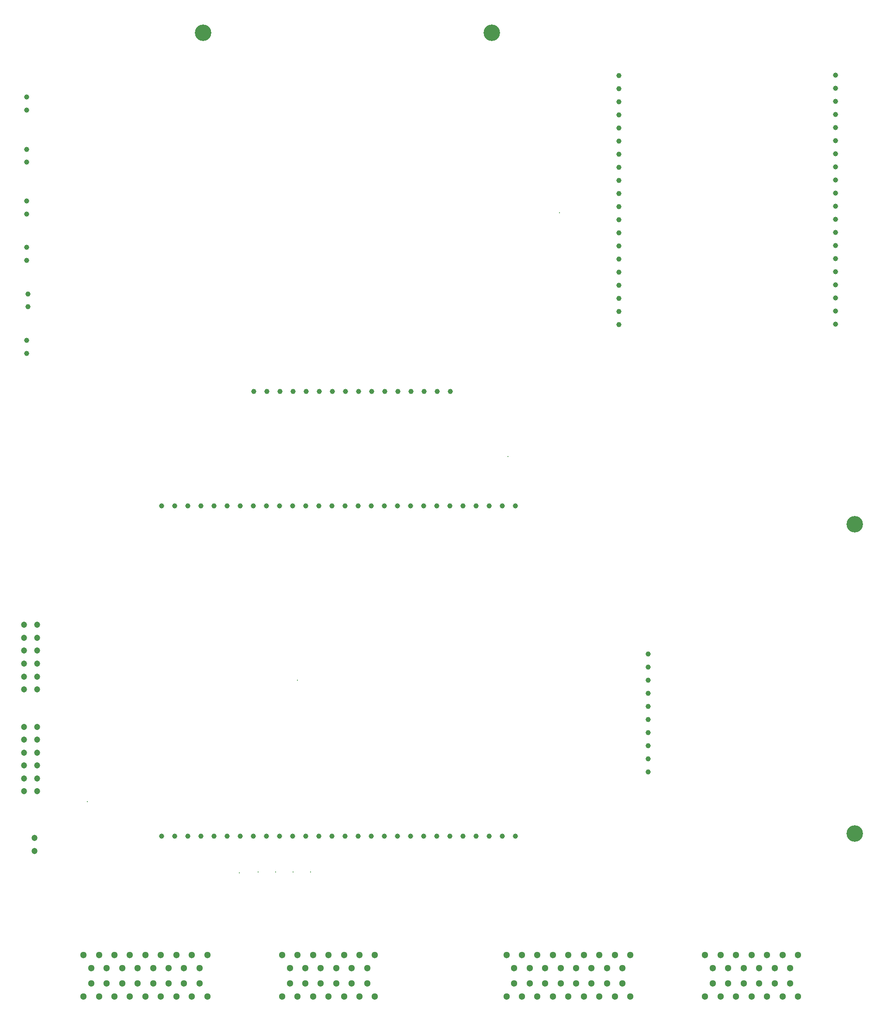
<source format=gbr>
%TF.GenerationSoftware,KiCad,Pcbnew,9.0.2*%
%TF.CreationDate,2025-06-04T19:47:47+07:00*%
%TF.ProjectId,VCU,5643552e-6b69-4636-9164-5f7063625858,rev?*%
%TF.SameCoordinates,Original*%
%TF.FileFunction,Plated,1,2,PTH,Drill*%
%TF.FilePolarity,Positive*%
%FSLAX46Y46*%
G04 Gerber Fmt 4.6, Leading zero omitted, Abs format (unit mm)*
G04 Created by KiCad (PCBNEW 9.0.2) date 2025-06-04 19:47:47*
%MOMM*%
%LPD*%
G01*
G04 APERTURE LIST*
%TA.AperFunction,ViaDrill*%
%ADD10C,0.300000*%
%TD*%
%TA.AperFunction,ComponentDrill*%
%ADD11C,1.000000*%
%TD*%
%TA.AperFunction,ComponentDrill*%
%ADD12C,1.200000*%
%TD*%
%TA.AperFunction,ComponentDrill*%
%ADD13C,1.300000*%
%TD*%
%TA.AperFunction,ComponentDrill*%
%ADD14C,3.200000*%
%TD*%
G04 APERTURE END LIST*
D10*
X187500000Y-260800000D03*
X217000000Y-274600000D03*
X220600000Y-274400000D03*
X224000000Y-274400000D03*
X227400000Y-274400000D03*
X228250000Y-237250000D03*
X230800000Y-274400000D03*
X269000000Y-193900000D03*
X278985225Y-146614775D03*
D11*
%TO.C,ALL1*%
X175745565Y-144376387D03*
X175745565Y-146876387D03*
%TO.C,BSPD2*%
X175745565Y-153376387D03*
X175745565Y-155876387D03*
%TO.C,VCU1*%
X175745565Y-171376387D03*
X175745565Y-173876387D03*
%TO.C,12V1*%
X175750000Y-124250000D03*
X175750000Y-126750000D03*
%TO.C,3V3*%
X175750000Y-134350000D03*
X175750000Y-136850000D03*
%TO.C,TELEMETRY1*%
X175995565Y-162376387D03*
X175995565Y-164876387D03*
%TO.C,U2*%
X201920000Y-203500000D03*
X201920000Y-267500000D03*
X204460000Y-203500000D03*
X204460000Y-267500000D03*
X207000000Y-203500000D03*
X207000000Y-267500000D03*
X209540000Y-203500000D03*
X209540000Y-267500000D03*
X212080000Y-203500000D03*
X212080000Y-267500000D03*
X214620000Y-203500000D03*
X214620000Y-267500000D03*
X217160000Y-203500000D03*
X217160000Y-267500000D03*
X219700000Y-203500000D03*
X219700000Y-267500000D03*
%TO.C,U4*%
X219800000Y-181250000D03*
%TO.C,U2*%
X222240000Y-203500000D03*
X222240000Y-267500000D03*
%TO.C,U4*%
X222340000Y-181250000D03*
%TO.C,U2*%
X224780000Y-203500000D03*
X224780000Y-267500000D03*
%TO.C,U4*%
X224880000Y-181250000D03*
%TO.C,U2*%
X227320000Y-203500000D03*
X227320000Y-267500000D03*
%TO.C,U4*%
X227420000Y-181250000D03*
%TO.C,U2*%
X229860000Y-203500000D03*
X229860000Y-267500000D03*
%TO.C,U4*%
X229960000Y-181250000D03*
%TO.C,U2*%
X232400000Y-203500000D03*
X232400000Y-267500000D03*
%TO.C,U4*%
X232500000Y-181250000D03*
%TO.C,U2*%
X234940000Y-203500000D03*
X234940000Y-267500000D03*
%TO.C,U4*%
X235040000Y-181250000D03*
%TO.C,U2*%
X237480000Y-203500000D03*
X237480000Y-267500000D03*
%TO.C,U4*%
X237580000Y-181250000D03*
%TO.C,U2*%
X240020000Y-203500000D03*
X240020000Y-267500000D03*
%TO.C,U4*%
X240120000Y-181250000D03*
%TO.C,U2*%
X242560000Y-203500000D03*
X242560000Y-267500000D03*
%TO.C,U4*%
X242660000Y-181250000D03*
%TO.C,U2*%
X245100000Y-203500000D03*
X245100000Y-267500000D03*
%TO.C,U4*%
X245200000Y-181250000D03*
%TO.C,U2*%
X247640000Y-203500000D03*
X247640000Y-267500000D03*
%TO.C,U4*%
X247740000Y-181250000D03*
%TO.C,U2*%
X250180000Y-203500000D03*
X250180000Y-267500000D03*
%TO.C,U4*%
X250280000Y-181250000D03*
%TO.C,U2*%
X252720000Y-203500000D03*
X252720000Y-267500000D03*
%TO.C,U4*%
X252820000Y-181250000D03*
%TO.C,U2*%
X255260000Y-203500000D03*
X255260000Y-267500000D03*
%TO.C,U4*%
X255360000Y-181250000D03*
%TO.C,U2*%
X257800000Y-203500000D03*
X257800000Y-267500000D03*
%TO.C,U4*%
X257900000Y-181250000D03*
%TO.C,U2*%
X260340000Y-203500000D03*
X260340000Y-267500000D03*
X262880000Y-203500000D03*
X262880000Y-267500000D03*
X265420000Y-203500000D03*
X265420000Y-267500000D03*
X267960000Y-203500000D03*
X267960000Y-267500000D03*
X270500000Y-203500000D03*
X270500000Y-267500000D03*
%TO.C,U1*%
X290523223Y-120052774D03*
X290523223Y-122592774D03*
X290523223Y-125132774D03*
X290523223Y-127672774D03*
X290523223Y-130212774D03*
X290523223Y-132752774D03*
X290523223Y-135292774D03*
X290523223Y-137832774D03*
X290523223Y-140372774D03*
X290523223Y-142912774D03*
X290523223Y-145452774D03*
X290523223Y-147992774D03*
X290523223Y-150532774D03*
X290523223Y-153072774D03*
X290523223Y-155612774D03*
X290523223Y-158152774D03*
X290523223Y-160692774D03*
X290523223Y-163232774D03*
X290523223Y-165772774D03*
X290523223Y-168312774D03*
%TO.C,BSPD1*%
X296250000Y-232140000D03*
X296250000Y-234680000D03*
X296250000Y-237220000D03*
X296250000Y-239760000D03*
X296250000Y-242300000D03*
X296250000Y-244840000D03*
X296250000Y-247380000D03*
X296250000Y-249920000D03*
X296250000Y-252460000D03*
X296250000Y-255000000D03*
%TO.C,U1*%
X332500000Y-119974884D03*
X332500000Y-122514884D03*
X332500000Y-125054884D03*
X332500000Y-127594884D03*
X332500000Y-130134884D03*
X332500000Y-132674884D03*
X332500000Y-135214884D03*
X332500000Y-137754884D03*
X332500000Y-140294884D03*
X332500000Y-142834884D03*
X332500000Y-145374884D03*
X332500000Y-147914884D03*
X332500000Y-150454884D03*
X332500000Y-152994884D03*
X332500000Y-155534884D03*
X332500000Y-158074884D03*
X332500000Y-160614884D03*
X332500000Y-163154884D03*
X332500000Y-165694884D03*
X332500000Y-168234884D03*
D12*
%TO.C,J9*%
X175250000Y-226525000D03*
X175250000Y-229025000D03*
X175250000Y-231525000D03*
X175250000Y-234025000D03*
X175250000Y-236525000D03*
X175250000Y-239025000D03*
%TO.C,J8*%
X175250000Y-246275000D03*
X175250000Y-248775000D03*
X175250000Y-251275000D03*
X175250000Y-253775000D03*
X175250000Y-256275000D03*
X175250000Y-258775000D03*
%TO.C,J10*%
X177225000Y-267825000D03*
X177225000Y-270325000D03*
%TO.C,J9*%
X177750000Y-226525000D03*
X177750000Y-229025000D03*
X177750000Y-231525000D03*
X177750000Y-234025000D03*
X177750000Y-236525000D03*
X177750000Y-239025000D03*
%TO.C,J8*%
X177750000Y-246275000D03*
X177750000Y-248775000D03*
X177750000Y-251275000D03*
X177750000Y-253775000D03*
X177750000Y-256275000D03*
X177750000Y-258775000D03*
D13*
%TO.C,J1*%
X186750000Y-290500000D03*
X186750000Y-298500000D03*
X188250000Y-293000000D03*
X188250000Y-296000000D03*
X189750000Y-290500000D03*
X189750000Y-298500000D03*
X191250000Y-293000000D03*
X191250000Y-296000000D03*
X192750000Y-290500000D03*
X192750000Y-298500000D03*
X194250000Y-293000000D03*
X194250000Y-296000000D03*
X195750000Y-290500000D03*
X195750000Y-298500000D03*
X197250000Y-293000000D03*
X197250000Y-296000000D03*
X198750000Y-290500000D03*
X198750000Y-298500000D03*
X200250000Y-293000000D03*
X200250000Y-296000000D03*
X201750000Y-290500000D03*
X201750000Y-298500000D03*
X203250000Y-293000000D03*
X203250000Y-296000000D03*
X204750000Y-290500000D03*
X204750000Y-298500000D03*
X206250000Y-293000000D03*
X206250000Y-296000000D03*
X207750000Y-290500000D03*
X207750000Y-298500000D03*
X209250000Y-293000000D03*
X209250000Y-296000000D03*
X210750000Y-290500000D03*
X210750000Y-298500000D03*
X225250000Y-290500000D03*
X225250000Y-298500000D03*
X226750000Y-293000000D03*
X226750000Y-296000000D03*
X228250000Y-290500000D03*
X228250000Y-298500000D03*
X229750000Y-293000000D03*
X229750000Y-296000000D03*
X231250000Y-290500000D03*
X231250000Y-298500000D03*
X232750000Y-293000000D03*
X232750000Y-296000000D03*
X234250000Y-290500000D03*
X234250000Y-298500000D03*
X235750000Y-293000000D03*
X235750000Y-296000000D03*
X237250000Y-290500000D03*
X237250000Y-298500000D03*
X238750000Y-293000000D03*
X238750000Y-296000000D03*
X240250000Y-290500000D03*
X240250000Y-298500000D03*
X241750000Y-293000000D03*
X241750000Y-296000000D03*
X243250000Y-290500000D03*
X243250000Y-298500000D03*
%TO.C,J11*%
X268750000Y-290500000D03*
X268750000Y-298500000D03*
X270250000Y-293000000D03*
X270250000Y-296000000D03*
X271750000Y-290500000D03*
X271750000Y-298500000D03*
X273250000Y-293000000D03*
X273250000Y-296000000D03*
X274750000Y-290500000D03*
X274750000Y-298500000D03*
X276250000Y-293000000D03*
X276250000Y-296000000D03*
X277750000Y-290500000D03*
X277750000Y-298500000D03*
X279250000Y-293000000D03*
X279250000Y-296000000D03*
X280750000Y-290500000D03*
X280750000Y-298500000D03*
X282250000Y-293000000D03*
X282250000Y-296000000D03*
X283750000Y-290500000D03*
X283750000Y-298500000D03*
X285250000Y-293000000D03*
X285250000Y-296000000D03*
X286750000Y-290500000D03*
X286750000Y-298500000D03*
X288250000Y-293000000D03*
X288250000Y-296000000D03*
X289750000Y-290500000D03*
X289750000Y-298500000D03*
X291250000Y-293000000D03*
X291250000Y-296000000D03*
X292750000Y-290500000D03*
X292750000Y-298500000D03*
X307250000Y-290500000D03*
X307250000Y-298500000D03*
X308750000Y-293000000D03*
X308750000Y-296000000D03*
X310250000Y-290500000D03*
X310250000Y-298500000D03*
X311750000Y-293000000D03*
X311750000Y-296000000D03*
X313250000Y-290500000D03*
X313250000Y-298500000D03*
X314750000Y-293000000D03*
X314750000Y-296000000D03*
X316250000Y-290500000D03*
X316250000Y-298500000D03*
X317750000Y-293000000D03*
X317750000Y-296000000D03*
X319250000Y-290500000D03*
X319250000Y-298500000D03*
X320750000Y-293000000D03*
X320750000Y-296000000D03*
X322250000Y-290500000D03*
X322250000Y-298500000D03*
X323750000Y-293000000D03*
X323750000Y-296000000D03*
X325250000Y-290500000D03*
X325250000Y-298500000D03*
D14*
%TO.C,U4*%
X209900000Y-111750000D03*
X265900000Y-111750000D03*
%TO.C,BSPD1*%
X336250000Y-207000000D03*
X336250000Y-267000000D03*
M02*

</source>
